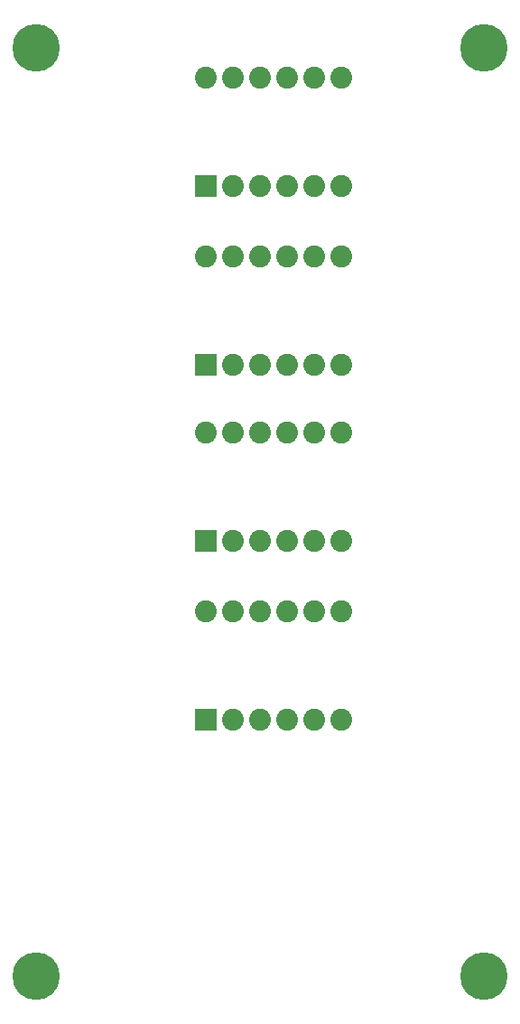
<source format=gts>
G04 #@! TF.FileFunction,Soldermask,Top*
%FSLAX46Y46*%
G04 Gerber Fmt 4.6, Leading zero omitted, Abs format (unit mm)*
G04 Created by KiCad (PCBNEW 4.0.2-stable) date 16-09-14 19:39:03*
%MOMM*%
G01*
G04 APERTURE LIST*
%ADD10C,0.100000*%
%ADD11R,2.051000X2.051000*%
%ADD12C,2.051000*%
%ADD13C,4.464000*%
G04 APERTURE END LIST*
D10*
D11*
X136906000Y-111012000D03*
D12*
X139446000Y-111012000D03*
X141986000Y-111012000D03*
X144526000Y-111012000D03*
X147066000Y-111012000D03*
X149606000Y-111012000D03*
X149606000Y-100852000D03*
X147066000Y-100852000D03*
X144526000Y-100852000D03*
X141986000Y-100852000D03*
X139446000Y-100852000D03*
X136906000Y-100852000D03*
D11*
X136906000Y-60974000D03*
D12*
X139446000Y-60974000D03*
X141986000Y-60974000D03*
X144526000Y-60974000D03*
X147066000Y-60974000D03*
X149606000Y-60974000D03*
X149606000Y-50814000D03*
X147066000Y-50814000D03*
X144526000Y-50814000D03*
X141986000Y-50814000D03*
X139446000Y-50814000D03*
X136906000Y-50814000D03*
D11*
X136906000Y-77738000D03*
D12*
X139446000Y-77738000D03*
X141986000Y-77738000D03*
X144526000Y-77738000D03*
X147066000Y-77738000D03*
X149606000Y-77738000D03*
X149606000Y-67578000D03*
X147066000Y-67578000D03*
X144526000Y-67578000D03*
X141986000Y-67578000D03*
X139446000Y-67578000D03*
X136906000Y-67578000D03*
D11*
X136906000Y-94248000D03*
D12*
X139446000Y-94248000D03*
X141986000Y-94248000D03*
X144526000Y-94248000D03*
X147066000Y-94248000D03*
X149606000Y-94248000D03*
X149606000Y-84088000D03*
X147066000Y-84088000D03*
X144526000Y-84088000D03*
X141986000Y-84088000D03*
X139446000Y-84088000D03*
X136906000Y-84088000D03*
D13*
X163000000Y-135000000D03*
X163000000Y-48000000D03*
X121000000Y-48000000D03*
X121000000Y-135000000D03*
M02*

</source>
